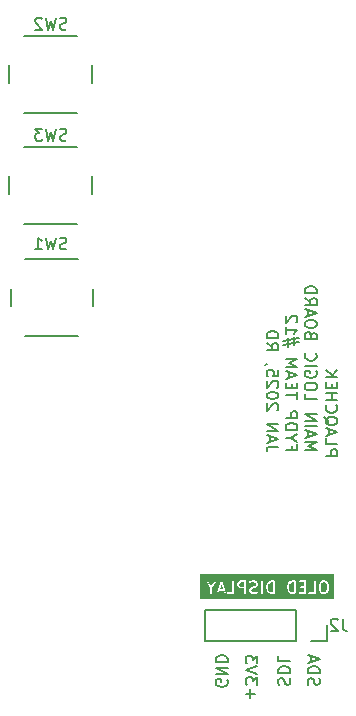
<source format=gbr>
%TF.GenerationSoftware,KiCad,Pcbnew,7.0.2-0*%
%TF.CreationDate,2025-01-08T13:47:25-05:00*%
%TF.ProjectId,plaqchek_mlb,706c6171-6368-4656-9b5f-6d6c622e6b69,rev?*%
%TF.SameCoordinates,Original*%
%TF.FileFunction,Legend,Bot*%
%TF.FilePolarity,Positive*%
%FSLAX46Y46*%
G04 Gerber Fmt 4.6, Leading zero omitted, Abs format (unit mm)*
G04 Created by KiCad (PCBNEW 7.0.2-0) date 2025-01-08 13:47:25*
%MOMM*%
%LPD*%
G01*
G04 APERTURE LIST*
%ADD10C,0.153000*%
G04 APERTURE END LIST*
D10*
X178622380Y-104261904D02*
X179622380Y-104261904D01*
X179622380Y-104261904D02*
X179622380Y-103880952D01*
X179622380Y-103880952D02*
X179574761Y-103785714D01*
X179574761Y-103785714D02*
X179527142Y-103738095D01*
X179527142Y-103738095D02*
X179431904Y-103690476D01*
X179431904Y-103690476D02*
X179289047Y-103690476D01*
X179289047Y-103690476D02*
X179193809Y-103738095D01*
X179193809Y-103738095D02*
X179146190Y-103785714D01*
X179146190Y-103785714D02*
X179098571Y-103880952D01*
X179098571Y-103880952D02*
X179098571Y-104261904D01*
X178622380Y-102785714D02*
X178622380Y-103261904D01*
X178622380Y-103261904D02*
X179622380Y-103261904D01*
X178908095Y-102499999D02*
X178908095Y-102023809D01*
X178622380Y-102595237D02*
X179622380Y-102261904D01*
X179622380Y-102261904D02*
X178622380Y-101928571D01*
X178527142Y-100928571D02*
X178574761Y-101023809D01*
X178574761Y-101023809D02*
X178670000Y-101119047D01*
X178670000Y-101119047D02*
X178812857Y-101261904D01*
X178812857Y-101261904D02*
X178860476Y-101357142D01*
X178860476Y-101357142D02*
X178860476Y-101452380D01*
X178622380Y-101404761D02*
X178670000Y-101499999D01*
X178670000Y-101499999D02*
X178765238Y-101595237D01*
X178765238Y-101595237D02*
X178955714Y-101642856D01*
X178955714Y-101642856D02*
X179289047Y-101642856D01*
X179289047Y-101642856D02*
X179479523Y-101595237D01*
X179479523Y-101595237D02*
X179574761Y-101499999D01*
X179574761Y-101499999D02*
X179622380Y-101404761D01*
X179622380Y-101404761D02*
X179622380Y-101214285D01*
X179622380Y-101214285D02*
X179574761Y-101119047D01*
X179574761Y-101119047D02*
X179479523Y-101023809D01*
X179479523Y-101023809D02*
X179289047Y-100976190D01*
X179289047Y-100976190D02*
X178955714Y-100976190D01*
X178955714Y-100976190D02*
X178765238Y-101023809D01*
X178765238Y-101023809D02*
X178670000Y-101119047D01*
X178670000Y-101119047D02*
X178622380Y-101214285D01*
X178622380Y-101214285D02*
X178622380Y-101404761D01*
X178717619Y-99976190D02*
X178670000Y-100023809D01*
X178670000Y-100023809D02*
X178622380Y-100166666D01*
X178622380Y-100166666D02*
X178622380Y-100261904D01*
X178622380Y-100261904D02*
X178670000Y-100404761D01*
X178670000Y-100404761D02*
X178765238Y-100499999D01*
X178765238Y-100499999D02*
X178860476Y-100547618D01*
X178860476Y-100547618D02*
X179050952Y-100595237D01*
X179050952Y-100595237D02*
X179193809Y-100595237D01*
X179193809Y-100595237D02*
X179384285Y-100547618D01*
X179384285Y-100547618D02*
X179479523Y-100499999D01*
X179479523Y-100499999D02*
X179574761Y-100404761D01*
X179574761Y-100404761D02*
X179622380Y-100261904D01*
X179622380Y-100261904D02*
X179622380Y-100166666D01*
X179622380Y-100166666D02*
X179574761Y-100023809D01*
X179574761Y-100023809D02*
X179527142Y-99976190D01*
X178622380Y-99547618D02*
X179622380Y-99547618D01*
X179146190Y-99547618D02*
X179146190Y-98976190D01*
X178622380Y-98976190D02*
X179622380Y-98976190D01*
X179146190Y-98499999D02*
X179146190Y-98166666D01*
X178622380Y-98023809D02*
X178622380Y-98499999D01*
X178622380Y-98499999D02*
X179622380Y-98499999D01*
X179622380Y-98499999D02*
X179622380Y-98023809D01*
X178622380Y-97595237D02*
X179622380Y-97595237D01*
X178622380Y-97023809D02*
X179193809Y-97452380D01*
X179622380Y-97023809D02*
X179050952Y-97595237D01*
X174670000Y-123651893D02*
X174622380Y-123509036D01*
X174622380Y-123509036D02*
X174622380Y-123270941D01*
X174622380Y-123270941D02*
X174670000Y-123175703D01*
X174670000Y-123175703D02*
X174717619Y-123128084D01*
X174717619Y-123128084D02*
X174812857Y-123080465D01*
X174812857Y-123080465D02*
X174908095Y-123080465D01*
X174908095Y-123080465D02*
X175003333Y-123128084D01*
X175003333Y-123128084D02*
X175050952Y-123175703D01*
X175050952Y-123175703D02*
X175098571Y-123270941D01*
X175098571Y-123270941D02*
X175146190Y-123461417D01*
X175146190Y-123461417D02*
X175193809Y-123556655D01*
X175193809Y-123556655D02*
X175241428Y-123604274D01*
X175241428Y-123604274D02*
X175336666Y-123651893D01*
X175336666Y-123651893D02*
X175431904Y-123651893D01*
X175431904Y-123651893D02*
X175527142Y-123604274D01*
X175527142Y-123604274D02*
X175574761Y-123556655D01*
X175574761Y-123556655D02*
X175622380Y-123461417D01*
X175622380Y-123461417D02*
X175622380Y-123223322D01*
X175622380Y-123223322D02*
X175574761Y-123080465D01*
X174622380Y-122651893D02*
X175622380Y-122651893D01*
X175622380Y-122651893D02*
X175622380Y-122413798D01*
X175622380Y-122413798D02*
X175574761Y-122270941D01*
X175574761Y-122270941D02*
X175479523Y-122175703D01*
X175479523Y-122175703D02*
X175384285Y-122128084D01*
X175384285Y-122128084D02*
X175193809Y-122080465D01*
X175193809Y-122080465D02*
X175050952Y-122080465D01*
X175050952Y-122080465D02*
X174860476Y-122128084D01*
X174860476Y-122128084D02*
X174765238Y-122175703D01*
X174765238Y-122175703D02*
X174670000Y-122270941D01*
X174670000Y-122270941D02*
X174622380Y-122413798D01*
X174622380Y-122413798D02*
X174622380Y-122651893D01*
X174622380Y-121175703D02*
X174622380Y-121651893D01*
X174622380Y-121651893D02*
X175622380Y-121651893D01*
X172226646Y-124761904D02*
X172226646Y-124000000D01*
X171845693Y-124380952D02*
X172607598Y-124380952D01*
X172845693Y-123619047D02*
X172845693Y-123000000D01*
X172845693Y-123000000D02*
X172464741Y-123333333D01*
X172464741Y-123333333D02*
X172464741Y-123190476D01*
X172464741Y-123190476D02*
X172417122Y-123095238D01*
X172417122Y-123095238D02*
X172369503Y-123047619D01*
X172369503Y-123047619D02*
X172274265Y-123000000D01*
X172274265Y-123000000D02*
X172036170Y-123000000D01*
X172036170Y-123000000D02*
X171940932Y-123047619D01*
X171940932Y-123047619D02*
X171893313Y-123095238D01*
X171893313Y-123095238D02*
X171845693Y-123190476D01*
X171845693Y-123190476D02*
X171845693Y-123476190D01*
X171845693Y-123476190D02*
X171893313Y-123571428D01*
X171893313Y-123571428D02*
X171940932Y-123619047D01*
X172845693Y-122714285D02*
X171845693Y-122380952D01*
X171845693Y-122380952D02*
X172845693Y-122047619D01*
X172845693Y-121809523D02*
X172845693Y-121190476D01*
X172845693Y-121190476D02*
X172464741Y-121523809D01*
X172464741Y-121523809D02*
X172464741Y-121380952D01*
X172464741Y-121380952D02*
X172417122Y-121285714D01*
X172417122Y-121285714D02*
X172369503Y-121238095D01*
X172369503Y-121238095D02*
X172274265Y-121190476D01*
X172274265Y-121190476D02*
X172036170Y-121190476D01*
X172036170Y-121190476D02*
X171940932Y-121238095D01*
X171940932Y-121238095D02*
X171893313Y-121285714D01*
X171893313Y-121285714D02*
X171845693Y-121380952D01*
X171845693Y-121380952D02*
X171845693Y-121666666D01*
X171845693Y-121666666D02*
X171893313Y-121761904D01*
X171893313Y-121761904D02*
X171940932Y-121809523D01*
X177170000Y-123651893D02*
X177122380Y-123509036D01*
X177122380Y-123509036D02*
X177122380Y-123270941D01*
X177122380Y-123270941D02*
X177170000Y-123175703D01*
X177170000Y-123175703D02*
X177217619Y-123128084D01*
X177217619Y-123128084D02*
X177312857Y-123080465D01*
X177312857Y-123080465D02*
X177408095Y-123080465D01*
X177408095Y-123080465D02*
X177503333Y-123128084D01*
X177503333Y-123128084D02*
X177550952Y-123175703D01*
X177550952Y-123175703D02*
X177598571Y-123270941D01*
X177598571Y-123270941D02*
X177646190Y-123461417D01*
X177646190Y-123461417D02*
X177693809Y-123556655D01*
X177693809Y-123556655D02*
X177741428Y-123604274D01*
X177741428Y-123604274D02*
X177836666Y-123651893D01*
X177836666Y-123651893D02*
X177931904Y-123651893D01*
X177931904Y-123651893D02*
X178027142Y-123604274D01*
X178027142Y-123604274D02*
X178074761Y-123556655D01*
X178074761Y-123556655D02*
X178122380Y-123461417D01*
X178122380Y-123461417D02*
X178122380Y-123223322D01*
X178122380Y-123223322D02*
X178074761Y-123080465D01*
X177122380Y-122651893D02*
X178122380Y-122651893D01*
X178122380Y-122651893D02*
X178122380Y-122413798D01*
X178122380Y-122413798D02*
X178074761Y-122270941D01*
X178074761Y-122270941D02*
X177979523Y-122175703D01*
X177979523Y-122175703D02*
X177884285Y-122128084D01*
X177884285Y-122128084D02*
X177693809Y-122080465D01*
X177693809Y-122080465D02*
X177550952Y-122080465D01*
X177550952Y-122080465D02*
X177360476Y-122128084D01*
X177360476Y-122128084D02*
X177265238Y-122175703D01*
X177265238Y-122175703D02*
X177170000Y-122270941D01*
X177170000Y-122270941D02*
X177122380Y-122413798D01*
X177122380Y-122413798D02*
X177122380Y-122651893D01*
X177408095Y-121699512D02*
X177408095Y-121223322D01*
X177122380Y-121794750D02*
X178122380Y-121461417D01*
X178122380Y-121461417D02*
X177122380Y-121128084D01*
X170279186Y-123238095D02*
X170326805Y-123333333D01*
X170326805Y-123333333D02*
X170326805Y-123476190D01*
X170326805Y-123476190D02*
X170279186Y-123619047D01*
X170279186Y-123619047D02*
X170183948Y-123714285D01*
X170183948Y-123714285D02*
X170088710Y-123761904D01*
X170088710Y-123761904D02*
X169898234Y-123809523D01*
X169898234Y-123809523D02*
X169755377Y-123809523D01*
X169755377Y-123809523D02*
X169564901Y-123761904D01*
X169564901Y-123761904D02*
X169469663Y-123714285D01*
X169469663Y-123714285D02*
X169374425Y-123619047D01*
X169374425Y-123619047D02*
X169326805Y-123476190D01*
X169326805Y-123476190D02*
X169326805Y-123380952D01*
X169326805Y-123380952D02*
X169374425Y-123238095D01*
X169374425Y-123238095D02*
X169422044Y-123190476D01*
X169422044Y-123190476D02*
X169755377Y-123190476D01*
X169755377Y-123190476D02*
X169755377Y-123380952D01*
X169326805Y-122761904D02*
X170326805Y-122761904D01*
X170326805Y-122761904D02*
X169326805Y-122190476D01*
X169326805Y-122190476D02*
X170326805Y-122190476D01*
X169326805Y-121714285D02*
X170326805Y-121714285D01*
X170326805Y-121714285D02*
X170326805Y-121476190D01*
X170326805Y-121476190D02*
X170279186Y-121333333D01*
X170279186Y-121333333D02*
X170183948Y-121238095D01*
X170183948Y-121238095D02*
X170088710Y-121190476D01*
X170088710Y-121190476D02*
X169898234Y-121142857D01*
X169898234Y-121142857D02*
X169755377Y-121142857D01*
X169755377Y-121142857D02*
X169564901Y-121190476D01*
X169564901Y-121190476D02*
X169469663Y-121238095D01*
X169469663Y-121238095D02*
X169374425Y-121333333D01*
X169374425Y-121333333D02*
X169326805Y-121476190D01*
X169326805Y-121476190D02*
X169326805Y-121714285D01*
G36*
X169941480Y-115515404D02*
G01*
X169677567Y-115515404D01*
X169809523Y-115119534D01*
X169941480Y-115515404D01*
G37*
G36*
X175923499Y-115801119D02*
G01*
X175774318Y-115801119D01*
X175660370Y-115763136D01*
X175586680Y-115689444D01*
X175548369Y-115612823D01*
X175505071Y-115439629D01*
X175505071Y-115315608D01*
X175548369Y-115142413D01*
X175586681Y-115065791D01*
X175660370Y-114992101D01*
X175774318Y-114954119D01*
X175923499Y-114954119D01*
X175923499Y-115801119D01*
G37*
G36*
X178621351Y-114988110D02*
G01*
X178692827Y-115059586D01*
X178733023Y-115220369D01*
X178733023Y-115534867D01*
X178692827Y-115695650D01*
X178621350Y-115767128D01*
X178553369Y-115801119D01*
X178399011Y-115801119D01*
X178331029Y-115767128D01*
X178259552Y-115695650D01*
X178219357Y-115534867D01*
X178219357Y-115220370D01*
X178259553Y-115059585D01*
X178331030Y-114988109D01*
X178399010Y-114954119D01*
X178553369Y-114954119D01*
X178621351Y-114988110D01*
G37*
G36*
X171733023Y-115324928D02*
G01*
X171446630Y-115324928D01*
X171378648Y-115290937D01*
X171348586Y-115260874D01*
X171314595Y-115192893D01*
X171314595Y-115086154D01*
X171348585Y-115018172D01*
X171378650Y-114988108D01*
X171446629Y-114954119D01*
X171733023Y-114954119D01*
X171733023Y-115324928D01*
G37*
G36*
X174161594Y-115801119D02*
G01*
X174012413Y-115801119D01*
X173898465Y-115763136D01*
X173824775Y-115689444D01*
X173786464Y-115612823D01*
X173743166Y-115439629D01*
X173743166Y-115315608D01*
X173786464Y-115142413D01*
X173824776Y-115065791D01*
X173898465Y-114992101D01*
X174012413Y-114954119D01*
X174161594Y-114954119D01*
X174161594Y-115801119D01*
G37*
G36*
X179372357Y-116372357D02*
G01*
X167968952Y-116372357D01*
X167968952Y-114899739D01*
X168542447Y-114899739D01*
X168875880Y-115423703D01*
X168875880Y-115888619D01*
X168885307Y-115920724D01*
X168919259Y-115950144D01*
X168963727Y-115956537D01*
X169004592Y-115937875D01*
X169028880Y-115900082D01*
X169028880Y-115897302D01*
X169398928Y-115897302D01*
X169421834Y-115935948D01*
X169461999Y-115956075D01*
X169506668Y-115951294D01*
X169541661Y-115923121D01*
X169626567Y-115668404D01*
X169992480Y-115668404D01*
X170073760Y-115912245D01*
X170092856Y-115939722D01*
X170134369Y-115956896D01*
X170178577Y-115948899D01*
X170211443Y-115918272D01*
X170218909Y-115888966D01*
X170254415Y-115888966D01*
X170273077Y-115929831D01*
X170310870Y-115954119D01*
X170804051Y-115954119D01*
X170820870Y-115956537D01*
X170836325Y-115949478D01*
X170852628Y-115944692D01*
X170856439Y-115940293D01*
X170861735Y-115937875D01*
X170870921Y-115923580D01*
X170882048Y-115910740D01*
X170882876Y-115904978D01*
X170886023Y-115900082D01*
X170886023Y-115883090D01*
X170888441Y-115866272D01*
X170886023Y-115860977D01*
X170886023Y-115076653D01*
X171158826Y-115076653D01*
X171161595Y-115083329D01*
X171161595Y-115206833D01*
X171159626Y-115225072D01*
X171166616Y-115239052D01*
X171171022Y-115254057D01*
X171176485Y-115258791D01*
X171213000Y-115331820D01*
X171215737Y-115344400D01*
X171230643Y-115359306D01*
X171244999Y-115374740D01*
X171246446Y-115375110D01*
X171272457Y-115401120D01*
X171279030Y-115412187D01*
X171297875Y-115421609D01*
X171316385Y-115431716D01*
X171317874Y-115431609D01*
X171390672Y-115468008D01*
X171406108Y-115477928D01*
X171421742Y-115477928D01*
X171437129Y-115480697D01*
X171443805Y-115477928D01*
X171733023Y-115477928D01*
X171733023Y-115888619D01*
X171742450Y-115920724D01*
X171776402Y-115950144D01*
X171820870Y-115956537D01*
X171861735Y-115937875D01*
X171886023Y-115900082D01*
X171886023Y-115406899D01*
X171888441Y-115390081D01*
X171886023Y-115384786D01*
X171886023Y-114916751D01*
X172158818Y-114916751D01*
X172166815Y-114960959D01*
X172197442Y-114993825D01*
X172240976Y-115004916D01*
X172393366Y-114954119D01*
X172600988Y-114954119D01*
X172668969Y-114988109D01*
X172699033Y-115018174D01*
X172733023Y-115086152D01*
X172733023Y-115145274D01*
X172699032Y-115213256D01*
X172668970Y-115243317D01*
X172592347Y-115281629D01*
X172423235Y-115323907D01*
X172414450Y-115322959D01*
X172401870Y-115329248D01*
X172399345Y-115329880D01*
X172392060Y-115334153D01*
X172307700Y-115376333D01*
X172295123Y-115379070D01*
X172280227Y-115393965D01*
X172264783Y-115408332D01*
X172264412Y-115409780D01*
X172238403Y-115435789D01*
X172227336Y-115442363D01*
X172217913Y-115461207D01*
X172207806Y-115479718D01*
X172207912Y-115481209D01*
X172171514Y-115554005D01*
X172161595Y-115569441D01*
X172161595Y-115585074D01*
X172158826Y-115600462D01*
X172161595Y-115607138D01*
X172161595Y-115683023D01*
X172159626Y-115701262D01*
X172166616Y-115715242D01*
X172171022Y-115730247D01*
X172176485Y-115734981D01*
X172212999Y-115808009D01*
X172215736Y-115820589D01*
X172230643Y-115835496D01*
X172244999Y-115850930D01*
X172246446Y-115851300D01*
X172272455Y-115877309D01*
X172279030Y-115888378D01*
X172297884Y-115897805D01*
X172316384Y-115907907D01*
X172317874Y-115907800D01*
X172390672Y-115944199D01*
X172406108Y-115954119D01*
X172421742Y-115954119D01*
X172437129Y-115956888D01*
X172443805Y-115954119D01*
X172657073Y-115954119D01*
X172669547Y-115957297D01*
X172689544Y-115950630D01*
X172709771Y-115944692D01*
X172710749Y-115943562D01*
X172844149Y-115899096D01*
X172859224Y-115888619D01*
X173161594Y-115888619D01*
X173171021Y-115920724D01*
X173204973Y-115950144D01*
X173249441Y-115956537D01*
X173290306Y-115937875D01*
X173314594Y-115900082D01*
X173314594Y-115445809D01*
X173587002Y-115445809D01*
X173590166Y-115458464D01*
X173590166Y-115460047D01*
X173592827Y-115469112D01*
X173636764Y-115644857D01*
X173635816Y-115653643D01*
X173642105Y-115666221D01*
X173642737Y-115668748D01*
X173647010Y-115676032D01*
X173689189Y-115760389D01*
X173691926Y-115772971D01*
X173706845Y-115787891D01*
X173721189Y-115803311D01*
X173722635Y-115803680D01*
X173800134Y-115881180D01*
X173811640Y-115895471D01*
X173826470Y-115900414D01*
X173840194Y-115907908D01*
X173847403Y-115907392D01*
X173966708Y-115947160D01*
X173977536Y-115954119D01*
X173998606Y-115954119D01*
X174019681Y-115954881D01*
X174020967Y-115954119D01*
X174232622Y-115954119D01*
X174249441Y-115956537D01*
X174264896Y-115949478D01*
X174281199Y-115944692D01*
X174285010Y-115940293D01*
X174290306Y-115937875D01*
X174299492Y-115923580D01*
X174310619Y-115910740D01*
X174311447Y-115904978D01*
X174314594Y-115900082D01*
X174314594Y-115883090D01*
X174317012Y-115866272D01*
X174314594Y-115860977D01*
X174314594Y-115445809D01*
X175348907Y-115445809D01*
X175352071Y-115458464D01*
X175352071Y-115460047D01*
X175354732Y-115469112D01*
X175398669Y-115644857D01*
X175397721Y-115653643D01*
X175404010Y-115666221D01*
X175404642Y-115668748D01*
X175408915Y-115676032D01*
X175451094Y-115760389D01*
X175453831Y-115772971D01*
X175468750Y-115787891D01*
X175483094Y-115803311D01*
X175484540Y-115803680D01*
X175562039Y-115881180D01*
X175573545Y-115895471D01*
X175588375Y-115900414D01*
X175602099Y-115907908D01*
X175609308Y-115907392D01*
X175728613Y-115947160D01*
X175739441Y-115954119D01*
X175760511Y-115954119D01*
X175781586Y-115954881D01*
X175782872Y-115954119D01*
X175994527Y-115954119D01*
X176011346Y-115956537D01*
X176026801Y-115949478D01*
X176043104Y-115944692D01*
X176046915Y-115940293D01*
X176052211Y-115937875D01*
X176061397Y-115923580D01*
X176072524Y-115910740D01*
X176073352Y-115904978D01*
X176076499Y-115900082D01*
X176076499Y-115888966D01*
X176349653Y-115888966D01*
X176368315Y-115929831D01*
X176406108Y-115954119D01*
X176899289Y-115954119D01*
X176916108Y-115956537D01*
X176931563Y-115949478D01*
X176947866Y-115944692D01*
X176951677Y-115940293D01*
X176956973Y-115937875D01*
X176966159Y-115923580D01*
X176977286Y-115910740D01*
X176978114Y-115904978D01*
X176981261Y-115900082D01*
X176981261Y-115888966D01*
X177159177Y-115888966D01*
X177177839Y-115929831D01*
X177215632Y-115954119D01*
X177708813Y-115954119D01*
X177725632Y-115956537D01*
X177741087Y-115949478D01*
X177757390Y-115944692D01*
X177761201Y-115940293D01*
X177766497Y-115937875D01*
X177775683Y-115923580D01*
X177786810Y-115910740D01*
X177787638Y-115904978D01*
X177790785Y-115900082D01*
X177790785Y-115883090D01*
X177793203Y-115866272D01*
X177790785Y-115860977D01*
X177790785Y-115541047D01*
X178063193Y-115541047D01*
X178066357Y-115553702D01*
X178066357Y-115555285D01*
X178069018Y-115564350D01*
X178115968Y-115752146D01*
X178120498Y-115772971D01*
X178129453Y-115781926D01*
X178135860Y-115792846D01*
X178145008Y-115797482D01*
X178224838Y-115877312D01*
X178231411Y-115888378D01*
X178250248Y-115897796D01*
X178268766Y-115907908D01*
X178270257Y-115907801D01*
X178343053Y-115944199D01*
X178358489Y-115954119D01*
X178374123Y-115954119D01*
X178389510Y-115956888D01*
X178396186Y-115954119D01*
X178567310Y-115954119D01*
X178585548Y-115956088D01*
X178599528Y-115949097D01*
X178614533Y-115944692D01*
X178619267Y-115939228D01*
X178692296Y-115902713D01*
X178704876Y-115899977D01*
X178719778Y-115885074D01*
X178735216Y-115870715D01*
X178735586Y-115869266D01*
X178815154Y-115789697D01*
X178830672Y-115775107D01*
X178833743Y-115762822D01*
X178839812Y-115751708D01*
X178839080Y-115741474D01*
X178880685Y-115575052D01*
X178886023Y-115566748D01*
X178886023Y-115553703D01*
X178886407Y-115552168D01*
X178886023Y-115542721D01*
X178886023Y-115223542D01*
X178889187Y-115214190D01*
X178886023Y-115201533D01*
X178886023Y-115199952D01*
X178883361Y-115190887D01*
X178836406Y-115003067D01*
X178831881Y-114982266D01*
X178822929Y-114973314D01*
X178816520Y-114962390D01*
X178807366Y-114957751D01*
X178727542Y-114877927D01*
X178720969Y-114866860D01*
X178702124Y-114857437D01*
X178683614Y-114847330D01*
X178682122Y-114847436D01*
X178609326Y-114811038D01*
X178593891Y-114801119D01*
X178578257Y-114801119D01*
X178562870Y-114798350D01*
X178556194Y-114801119D01*
X178385069Y-114801119D01*
X178366831Y-114799150D01*
X178352849Y-114806140D01*
X178337847Y-114810546D01*
X178333113Y-114816008D01*
X178260081Y-114852524D01*
X178247504Y-114855261D01*
X178232608Y-114870156D01*
X178217164Y-114884523D01*
X178216793Y-114885971D01*
X178137227Y-114965537D01*
X178121708Y-114980130D01*
X178118637Y-114992413D01*
X178112568Y-115003528D01*
X178113299Y-115013762D01*
X178071694Y-115180183D01*
X178066357Y-115188489D01*
X178066357Y-115201534D01*
X178065973Y-115203070D01*
X178066357Y-115212516D01*
X178066357Y-115531694D01*
X178063193Y-115541047D01*
X177790785Y-115541047D01*
X177790785Y-114866619D01*
X177781358Y-114834514D01*
X177747406Y-114805094D01*
X177702938Y-114798701D01*
X177662073Y-114817363D01*
X177637785Y-114855156D01*
X177637785Y-115801119D01*
X177227095Y-115801119D01*
X177194990Y-115810546D01*
X177165570Y-115844498D01*
X177159177Y-115888966D01*
X176981261Y-115888966D01*
X176981261Y-115883090D01*
X176983679Y-115866272D01*
X176981261Y-115860977D01*
X176981261Y-115359280D01*
X176983679Y-115342462D01*
X176981261Y-115337167D01*
X176981261Y-114883090D01*
X176983679Y-114866272D01*
X176976620Y-114850816D01*
X176971834Y-114834514D01*
X176967435Y-114830702D01*
X176965017Y-114825407D01*
X176950722Y-114816220D01*
X176937882Y-114805094D01*
X176932120Y-114804265D01*
X176927224Y-114801119D01*
X176910233Y-114801119D01*
X176893414Y-114798701D01*
X176888119Y-114801119D01*
X176417571Y-114801119D01*
X176385466Y-114810546D01*
X176356046Y-114844498D01*
X176349653Y-114888966D01*
X176368315Y-114929831D01*
X176406108Y-114954119D01*
X176828261Y-114954119D01*
X176828261Y-115277309D01*
X176560428Y-115277309D01*
X176528323Y-115286736D01*
X176498903Y-115320688D01*
X176492510Y-115365156D01*
X176511172Y-115406021D01*
X176548965Y-115430309D01*
X176828261Y-115430309D01*
X176828261Y-115801119D01*
X176417571Y-115801119D01*
X176385466Y-115810546D01*
X176356046Y-115844498D01*
X176349653Y-115888966D01*
X176076499Y-115888966D01*
X176076499Y-115883090D01*
X176078917Y-115866272D01*
X176076499Y-115860977D01*
X176076499Y-114883090D01*
X176078917Y-114866272D01*
X176071858Y-114850816D01*
X176067072Y-114834514D01*
X176062673Y-114830702D01*
X176060255Y-114825407D01*
X176045960Y-114816220D01*
X176033120Y-114805094D01*
X176027358Y-114804265D01*
X176022462Y-114801119D01*
X176005471Y-114801119D01*
X175988652Y-114798701D01*
X175983357Y-114801119D01*
X175771496Y-114801119D01*
X175759022Y-114797941D01*
X175739016Y-114804609D01*
X175718799Y-114810546D01*
X175717820Y-114811674D01*
X175598761Y-114851361D01*
X175580837Y-114855261D01*
X175569783Y-114866314D01*
X175556944Y-114875238D01*
X175554180Y-114881917D01*
X175476498Y-114959599D01*
X175465431Y-114966173D01*
X175456008Y-114985017D01*
X175445901Y-115003528D01*
X175446007Y-115005019D01*
X175413860Y-115069314D01*
X175407422Y-115075368D01*
X175404010Y-115089014D01*
X175402847Y-115091341D01*
X175401352Y-115099646D01*
X175357408Y-115275421D01*
X175352071Y-115283727D01*
X175352071Y-115296771D01*
X175351687Y-115298308D01*
X175352071Y-115307754D01*
X175352071Y-115436456D01*
X175348907Y-115445809D01*
X174314594Y-115445809D01*
X174314594Y-114883090D01*
X174317012Y-114866272D01*
X174309953Y-114850816D01*
X174305167Y-114834514D01*
X174300768Y-114830702D01*
X174298350Y-114825407D01*
X174284055Y-114816220D01*
X174271215Y-114805094D01*
X174265453Y-114804265D01*
X174260557Y-114801119D01*
X174243566Y-114801119D01*
X174226747Y-114798701D01*
X174221452Y-114801119D01*
X174009591Y-114801119D01*
X173997117Y-114797941D01*
X173977111Y-114804609D01*
X173956894Y-114810546D01*
X173955915Y-114811674D01*
X173836856Y-114851361D01*
X173818932Y-114855261D01*
X173807878Y-114866314D01*
X173795039Y-114875238D01*
X173792275Y-114881917D01*
X173714593Y-114959599D01*
X173703526Y-114966173D01*
X173694103Y-114985017D01*
X173683996Y-115003528D01*
X173684102Y-115005019D01*
X173651955Y-115069314D01*
X173645517Y-115075368D01*
X173642105Y-115089013D01*
X173640942Y-115091341D01*
X173639447Y-115099646D01*
X173595503Y-115275421D01*
X173590166Y-115283727D01*
X173590166Y-115296771D01*
X173589782Y-115298308D01*
X173590166Y-115307754D01*
X173590166Y-115436456D01*
X173587002Y-115445809D01*
X173314594Y-115445809D01*
X173314594Y-114866619D01*
X173305167Y-114834514D01*
X173271215Y-114805094D01*
X173226747Y-114798701D01*
X173185882Y-114817363D01*
X173161594Y-114855156D01*
X173161594Y-115888619D01*
X172859224Y-115888619D01*
X172871626Y-115880000D01*
X172888800Y-115838487D01*
X172880802Y-115794279D01*
X172850176Y-115761413D01*
X172806641Y-115750322D01*
X172654251Y-115801119D01*
X172446630Y-115801119D01*
X172378648Y-115767128D01*
X172348586Y-115737065D01*
X172314595Y-115669083D01*
X172314595Y-115609963D01*
X172348585Y-115541981D01*
X172378650Y-115511917D01*
X172455269Y-115473607D01*
X172624381Y-115431329D01*
X172633167Y-115432278D01*
X172645745Y-115425988D01*
X172648272Y-115425357D01*
X172655556Y-115421083D01*
X172739915Y-115378903D01*
X172752495Y-115376167D01*
X172767401Y-115361260D01*
X172782835Y-115346905D01*
X172783205Y-115345457D01*
X172809215Y-115319446D01*
X172820282Y-115312874D01*
X172829704Y-115294028D01*
X172839811Y-115275519D01*
X172839704Y-115274029D01*
X172876103Y-115201231D01*
X172886023Y-115185796D01*
X172886023Y-115170162D01*
X172888792Y-115154775D01*
X172886023Y-115148098D01*
X172886023Y-115072212D01*
X172887992Y-115053974D01*
X172881001Y-115039992D01*
X172876596Y-115024990D01*
X172871133Y-115020256D01*
X172834617Y-114947224D01*
X172831881Y-114934647D01*
X172816985Y-114919751D01*
X172802619Y-114904307D01*
X172801170Y-114903936D01*
X172775161Y-114877927D01*
X172768588Y-114866860D01*
X172749743Y-114857437D01*
X172731233Y-114847330D01*
X172729741Y-114847436D01*
X172656945Y-114811038D01*
X172641510Y-114801119D01*
X172625876Y-114801119D01*
X172610489Y-114798350D01*
X172603813Y-114801119D01*
X172390544Y-114801119D01*
X172378070Y-114797941D01*
X172358064Y-114804609D01*
X172337847Y-114810546D01*
X172336868Y-114811674D01*
X172203468Y-114856142D01*
X172175992Y-114875238D01*
X172158818Y-114916751D01*
X171886023Y-114916751D01*
X171886023Y-114883090D01*
X171888441Y-114866272D01*
X171881382Y-114850816D01*
X171876596Y-114834514D01*
X171872197Y-114830702D01*
X171869779Y-114825407D01*
X171855484Y-114816220D01*
X171842644Y-114805094D01*
X171836882Y-114804265D01*
X171831986Y-114801119D01*
X171814995Y-114801119D01*
X171798176Y-114798701D01*
X171792881Y-114801119D01*
X171432688Y-114801119D01*
X171414450Y-114799150D01*
X171400468Y-114806140D01*
X171385466Y-114810546D01*
X171380732Y-114816008D01*
X171307700Y-114852524D01*
X171295123Y-114855261D01*
X171280227Y-114870156D01*
X171264783Y-114884523D01*
X171264412Y-114885971D01*
X171238403Y-114911980D01*
X171227336Y-114918554D01*
X171217913Y-114937398D01*
X171207806Y-114955909D01*
X171207912Y-114957400D01*
X171171514Y-115030196D01*
X171161595Y-115045632D01*
X171161595Y-115061265D01*
X171158826Y-115076653D01*
X170886023Y-115076653D01*
X170886023Y-114866619D01*
X170876596Y-114834514D01*
X170842644Y-114805094D01*
X170798176Y-114798701D01*
X170757311Y-114817363D01*
X170733023Y-114855156D01*
X170733023Y-115801119D01*
X170322333Y-115801119D01*
X170290228Y-115810546D01*
X170260808Y-115844498D01*
X170254415Y-115888966D01*
X170218909Y-115888966D01*
X170222534Y-115874737D01*
X170125914Y-115584878D01*
X170126536Y-115580557D01*
X170118901Y-115563839D01*
X169886473Y-114866555D01*
X169886785Y-114857937D01*
X169879508Y-114845659D01*
X169878619Y-114842992D01*
X169873918Y-114836229D01*
X169863879Y-114819290D01*
X169861219Y-114817957D01*
X169859523Y-114815516D01*
X169841318Y-114807984D01*
X169823714Y-114799163D01*
X169820759Y-114799479D01*
X169818010Y-114798342D01*
X169798621Y-114801849D01*
X169779045Y-114803945D01*
X169776729Y-114805809D01*
X169773802Y-114806339D01*
X169759388Y-114819770D01*
X169744052Y-114832118D01*
X169743111Y-114834938D01*
X169740936Y-114836966D01*
X169736072Y-114856057D01*
X169503660Y-115553292D01*
X169498903Y-115558783D01*
X169496682Y-115574225D01*
X169400137Y-115863863D01*
X169398928Y-115897302D01*
X169028880Y-115897302D01*
X169028880Y-115423704D01*
X169356159Y-114909410D01*
X169365442Y-114877263D01*
X169352593Y-114834214D01*
X169318509Y-114804947D01*
X169274014Y-114798752D01*
X169233233Y-114817597D01*
X168952379Y-115258936D01*
X168677681Y-114827268D01*
X168652492Y-114805243D01*
X168608053Y-114798651D01*
X168567105Y-114817131D01*
X168542648Y-114854815D01*
X168542447Y-114899739D01*
X167968952Y-114899739D01*
X167968952Y-114245143D01*
X179372357Y-114245143D01*
X179372357Y-116372357D01*
G37*
X176862380Y-103761904D02*
X177862380Y-103761904D01*
X177862380Y-103761904D02*
X177148095Y-103428571D01*
X177148095Y-103428571D02*
X177862380Y-103095238D01*
X177862380Y-103095238D02*
X176862380Y-103095238D01*
X177148095Y-102666666D02*
X177148095Y-102190476D01*
X176862380Y-102761904D02*
X177862380Y-102428571D01*
X177862380Y-102428571D02*
X176862380Y-102095238D01*
X176862380Y-101761904D02*
X177862380Y-101761904D01*
X176862380Y-101285714D02*
X177862380Y-101285714D01*
X177862380Y-101285714D02*
X176862380Y-100714286D01*
X176862380Y-100714286D02*
X177862380Y-100714286D01*
X176862380Y-99000000D02*
X176862380Y-99476190D01*
X176862380Y-99476190D02*
X177862380Y-99476190D01*
X177862380Y-98476190D02*
X177862380Y-98285714D01*
X177862380Y-98285714D02*
X177814761Y-98190476D01*
X177814761Y-98190476D02*
X177719523Y-98095238D01*
X177719523Y-98095238D02*
X177529047Y-98047619D01*
X177529047Y-98047619D02*
X177195714Y-98047619D01*
X177195714Y-98047619D02*
X177005238Y-98095238D01*
X177005238Y-98095238D02*
X176910000Y-98190476D01*
X176910000Y-98190476D02*
X176862380Y-98285714D01*
X176862380Y-98285714D02*
X176862380Y-98476190D01*
X176862380Y-98476190D02*
X176910000Y-98571428D01*
X176910000Y-98571428D02*
X177005238Y-98666666D01*
X177005238Y-98666666D02*
X177195714Y-98714285D01*
X177195714Y-98714285D02*
X177529047Y-98714285D01*
X177529047Y-98714285D02*
X177719523Y-98666666D01*
X177719523Y-98666666D02*
X177814761Y-98571428D01*
X177814761Y-98571428D02*
X177862380Y-98476190D01*
X177814761Y-97095238D02*
X177862380Y-97190476D01*
X177862380Y-97190476D02*
X177862380Y-97333333D01*
X177862380Y-97333333D02*
X177814761Y-97476190D01*
X177814761Y-97476190D02*
X177719523Y-97571428D01*
X177719523Y-97571428D02*
X177624285Y-97619047D01*
X177624285Y-97619047D02*
X177433809Y-97666666D01*
X177433809Y-97666666D02*
X177290952Y-97666666D01*
X177290952Y-97666666D02*
X177100476Y-97619047D01*
X177100476Y-97619047D02*
X177005238Y-97571428D01*
X177005238Y-97571428D02*
X176910000Y-97476190D01*
X176910000Y-97476190D02*
X176862380Y-97333333D01*
X176862380Y-97333333D02*
X176862380Y-97238095D01*
X176862380Y-97238095D02*
X176910000Y-97095238D01*
X176910000Y-97095238D02*
X176957619Y-97047619D01*
X176957619Y-97047619D02*
X177290952Y-97047619D01*
X177290952Y-97047619D02*
X177290952Y-97238095D01*
X176862380Y-96619047D02*
X177862380Y-96619047D01*
X176957619Y-95571429D02*
X176910000Y-95619048D01*
X176910000Y-95619048D02*
X176862380Y-95761905D01*
X176862380Y-95761905D02*
X176862380Y-95857143D01*
X176862380Y-95857143D02*
X176910000Y-96000000D01*
X176910000Y-96000000D02*
X177005238Y-96095238D01*
X177005238Y-96095238D02*
X177100476Y-96142857D01*
X177100476Y-96142857D02*
X177290952Y-96190476D01*
X177290952Y-96190476D02*
X177433809Y-96190476D01*
X177433809Y-96190476D02*
X177624285Y-96142857D01*
X177624285Y-96142857D02*
X177719523Y-96095238D01*
X177719523Y-96095238D02*
X177814761Y-96000000D01*
X177814761Y-96000000D02*
X177862380Y-95857143D01*
X177862380Y-95857143D02*
X177862380Y-95761905D01*
X177862380Y-95761905D02*
X177814761Y-95619048D01*
X177814761Y-95619048D02*
X177767142Y-95571429D01*
X177386190Y-94047619D02*
X177338571Y-93904762D01*
X177338571Y-93904762D02*
X177290952Y-93857143D01*
X177290952Y-93857143D02*
X177195714Y-93809524D01*
X177195714Y-93809524D02*
X177052857Y-93809524D01*
X177052857Y-93809524D02*
X176957619Y-93857143D01*
X176957619Y-93857143D02*
X176910000Y-93904762D01*
X176910000Y-93904762D02*
X176862380Y-94000000D01*
X176862380Y-94000000D02*
X176862380Y-94380952D01*
X176862380Y-94380952D02*
X177862380Y-94380952D01*
X177862380Y-94380952D02*
X177862380Y-94047619D01*
X177862380Y-94047619D02*
X177814761Y-93952381D01*
X177814761Y-93952381D02*
X177767142Y-93904762D01*
X177767142Y-93904762D02*
X177671904Y-93857143D01*
X177671904Y-93857143D02*
X177576666Y-93857143D01*
X177576666Y-93857143D02*
X177481428Y-93904762D01*
X177481428Y-93904762D02*
X177433809Y-93952381D01*
X177433809Y-93952381D02*
X177386190Y-94047619D01*
X177386190Y-94047619D02*
X177386190Y-94380952D01*
X177862380Y-93190476D02*
X177862380Y-93000000D01*
X177862380Y-93000000D02*
X177814761Y-92904762D01*
X177814761Y-92904762D02*
X177719523Y-92809524D01*
X177719523Y-92809524D02*
X177529047Y-92761905D01*
X177529047Y-92761905D02*
X177195714Y-92761905D01*
X177195714Y-92761905D02*
X177005238Y-92809524D01*
X177005238Y-92809524D02*
X176910000Y-92904762D01*
X176910000Y-92904762D02*
X176862380Y-93000000D01*
X176862380Y-93000000D02*
X176862380Y-93190476D01*
X176862380Y-93190476D02*
X176910000Y-93285714D01*
X176910000Y-93285714D02*
X177005238Y-93380952D01*
X177005238Y-93380952D02*
X177195714Y-93428571D01*
X177195714Y-93428571D02*
X177529047Y-93428571D01*
X177529047Y-93428571D02*
X177719523Y-93380952D01*
X177719523Y-93380952D02*
X177814761Y-93285714D01*
X177814761Y-93285714D02*
X177862380Y-93190476D01*
X177148095Y-92380952D02*
X177148095Y-91904762D01*
X176862380Y-92476190D02*
X177862380Y-92142857D01*
X177862380Y-92142857D02*
X176862380Y-91809524D01*
X176862380Y-90904762D02*
X177338571Y-91238095D01*
X176862380Y-91476190D02*
X177862380Y-91476190D01*
X177862380Y-91476190D02*
X177862380Y-91095238D01*
X177862380Y-91095238D02*
X177814761Y-91000000D01*
X177814761Y-91000000D02*
X177767142Y-90952381D01*
X177767142Y-90952381D02*
X177671904Y-90904762D01*
X177671904Y-90904762D02*
X177529047Y-90904762D01*
X177529047Y-90904762D02*
X177433809Y-90952381D01*
X177433809Y-90952381D02*
X177386190Y-91000000D01*
X177386190Y-91000000D02*
X177338571Y-91095238D01*
X177338571Y-91095238D02*
X177338571Y-91476190D01*
X176862380Y-90476190D02*
X177862380Y-90476190D01*
X177862380Y-90476190D02*
X177862380Y-90238095D01*
X177862380Y-90238095D02*
X177814761Y-90095238D01*
X177814761Y-90095238D02*
X177719523Y-90000000D01*
X177719523Y-90000000D02*
X177624285Y-89952381D01*
X177624285Y-89952381D02*
X177433809Y-89904762D01*
X177433809Y-89904762D02*
X177290952Y-89904762D01*
X177290952Y-89904762D02*
X177100476Y-89952381D01*
X177100476Y-89952381D02*
X177005238Y-90000000D01*
X177005238Y-90000000D02*
X176910000Y-90095238D01*
X176910000Y-90095238D02*
X176862380Y-90238095D01*
X176862380Y-90238095D02*
X176862380Y-90476190D01*
X175766190Y-103428571D02*
X175766190Y-103761904D01*
X175242380Y-103761904D02*
X176242380Y-103761904D01*
X176242380Y-103761904D02*
X176242380Y-103285714D01*
X175718571Y-102714285D02*
X175242380Y-102714285D01*
X176242380Y-103047618D02*
X175718571Y-102714285D01*
X175718571Y-102714285D02*
X176242380Y-102380952D01*
X175242380Y-102047618D02*
X176242380Y-102047618D01*
X176242380Y-102047618D02*
X176242380Y-101809523D01*
X176242380Y-101809523D02*
X176194761Y-101666666D01*
X176194761Y-101666666D02*
X176099523Y-101571428D01*
X176099523Y-101571428D02*
X176004285Y-101523809D01*
X176004285Y-101523809D02*
X175813809Y-101476190D01*
X175813809Y-101476190D02*
X175670952Y-101476190D01*
X175670952Y-101476190D02*
X175480476Y-101523809D01*
X175480476Y-101523809D02*
X175385238Y-101571428D01*
X175385238Y-101571428D02*
X175290000Y-101666666D01*
X175290000Y-101666666D02*
X175242380Y-101809523D01*
X175242380Y-101809523D02*
X175242380Y-102047618D01*
X175242380Y-101047618D02*
X176242380Y-101047618D01*
X176242380Y-101047618D02*
X176242380Y-100666666D01*
X176242380Y-100666666D02*
X176194761Y-100571428D01*
X176194761Y-100571428D02*
X176147142Y-100523809D01*
X176147142Y-100523809D02*
X176051904Y-100476190D01*
X176051904Y-100476190D02*
X175909047Y-100476190D01*
X175909047Y-100476190D02*
X175813809Y-100523809D01*
X175813809Y-100523809D02*
X175766190Y-100571428D01*
X175766190Y-100571428D02*
X175718571Y-100666666D01*
X175718571Y-100666666D02*
X175718571Y-101047618D01*
X176242380Y-99428570D02*
X176242380Y-98857142D01*
X175242380Y-99142856D02*
X176242380Y-99142856D01*
X175766190Y-98523808D02*
X175766190Y-98190475D01*
X175242380Y-98047618D02*
X175242380Y-98523808D01*
X175242380Y-98523808D02*
X176242380Y-98523808D01*
X176242380Y-98523808D02*
X176242380Y-98047618D01*
X175528095Y-97666665D02*
X175528095Y-97190475D01*
X175242380Y-97761903D02*
X176242380Y-97428570D01*
X176242380Y-97428570D02*
X175242380Y-97095237D01*
X175242380Y-96761903D02*
X176242380Y-96761903D01*
X176242380Y-96761903D02*
X175528095Y-96428570D01*
X175528095Y-96428570D02*
X176242380Y-96095237D01*
X176242380Y-96095237D02*
X175242380Y-96095237D01*
X175909047Y-94904760D02*
X175909047Y-94190475D01*
X176337619Y-94619046D02*
X175051904Y-94904760D01*
X175480476Y-94285713D02*
X175480476Y-94999998D01*
X175051904Y-94571427D02*
X176337619Y-94285713D01*
X175242380Y-93333332D02*
X175242380Y-93904760D01*
X175242380Y-93619046D02*
X176242380Y-93619046D01*
X176242380Y-93619046D02*
X176099523Y-93714284D01*
X176099523Y-93714284D02*
X176004285Y-93809522D01*
X176004285Y-93809522D02*
X175956666Y-93904760D01*
X176147142Y-92952379D02*
X176194761Y-92904760D01*
X176194761Y-92904760D02*
X176242380Y-92809522D01*
X176242380Y-92809522D02*
X176242380Y-92571427D01*
X176242380Y-92571427D02*
X176194761Y-92476189D01*
X176194761Y-92476189D02*
X176147142Y-92428570D01*
X176147142Y-92428570D02*
X176051904Y-92380951D01*
X176051904Y-92380951D02*
X175956666Y-92380951D01*
X175956666Y-92380951D02*
X175813809Y-92428570D01*
X175813809Y-92428570D02*
X175242380Y-92999998D01*
X175242380Y-92999998D02*
X175242380Y-92380951D01*
X174622380Y-103476190D02*
X173908095Y-103476190D01*
X173908095Y-103476190D02*
X173765238Y-103523809D01*
X173765238Y-103523809D02*
X173670000Y-103619047D01*
X173670000Y-103619047D02*
X173622380Y-103761904D01*
X173622380Y-103761904D02*
X173622380Y-103857142D01*
X173908095Y-103047618D02*
X173908095Y-102571428D01*
X173622380Y-103142856D02*
X174622380Y-102809523D01*
X174622380Y-102809523D02*
X173622380Y-102476190D01*
X173622380Y-102142856D02*
X174622380Y-102142856D01*
X174622380Y-102142856D02*
X173622380Y-101571428D01*
X173622380Y-101571428D02*
X174622380Y-101571428D01*
X174527142Y-100380951D02*
X174574761Y-100333332D01*
X174574761Y-100333332D02*
X174622380Y-100238094D01*
X174622380Y-100238094D02*
X174622380Y-99999999D01*
X174622380Y-99999999D02*
X174574761Y-99904761D01*
X174574761Y-99904761D02*
X174527142Y-99857142D01*
X174527142Y-99857142D02*
X174431904Y-99809523D01*
X174431904Y-99809523D02*
X174336666Y-99809523D01*
X174336666Y-99809523D02*
X174193809Y-99857142D01*
X174193809Y-99857142D02*
X173622380Y-100428570D01*
X173622380Y-100428570D02*
X173622380Y-99809523D01*
X174622380Y-99190475D02*
X174622380Y-99095237D01*
X174622380Y-99095237D02*
X174574761Y-98999999D01*
X174574761Y-98999999D02*
X174527142Y-98952380D01*
X174527142Y-98952380D02*
X174431904Y-98904761D01*
X174431904Y-98904761D02*
X174241428Y-98857142D01*
X174241428Y-98857142D02*
X174003333Y-98857142D01*
X174003333Y-98857142D02*
X173812857Y-98904761D01*
X173812857Y-98904761D02*
X173717619Y-98952380D01*
X173717619Y-98952380D02*
X173670000Y-98999999D01*
X173670000Y-98999999D02*
X173622380Y-99095237D01*
X173622380Y-99095237D02*
X173622380Y-99190475D01*
X173622380Y-99190475D02*
X173670000Y-99285713D01*
X173670000Y-99285713D02*
X173717619Y-99333332D01*
X173717619Y-99333332D02*
X173812857Y-99380951D01*
X173812857Y-99380951D02*
X174003333Y-99428570D01*
X174003333Y-99428570D02*
X174241428Y-99428570D01*
X174241428Y-99428570D02*
X174431904Y-99380951D01*
X174431904Y-99380951D02*
X174527142Y-99333332D01*
X174527142Y-99333332D02*
X174574761Y-99285713D01*
X174574761Y-99285713D02*
X174622380Y-99190475D01*
X174527142Y-98476189D02*
X174574761Y-98428570D01*
X174574761Y-98428570D02*
X174622380Y-98333332D01*
X174622380Y-98333332D02*
X174622380Y-98095237D01*
X174622380Y-98095237D02*
X174574761Y-97999999D01*
X174574761Y-97999999D02*
X174527142Y-97952380D01*
X174527142Y-97952380D02*
X174431904Y-97904761D01*
X174431904Y-97904761D02*
X174336666Y-97904761D01*
X174336666Y-97904761D02*
X174193809Y-97952380D01*
X174193809Y-97952380D02*
X173622380Y-98523808D01*
X173622380Y-98523808D02*
X173622380Y-97904761D01*
X174622380Y-96999999D02*
X174622380Y-97476189D01*
X174622380Y-97476189D02*
X174146190Y-97523808D01*
X174146190Y-97523808D02*
X174193809Y-97476189D01*
X174193809Y-97476189D02*
X174241428Y-97380951D01*
X174241428Y-97380951D02*
X174241428Y-97142856D01*
X174241428Y-97142856D02*
X174193809Y-97047618D01*
X174193809Y-97047618D02*
X174146190Y-96999999D01*
X174146190Y-96999999D02*
X174050952Y-96952380D01*
X174050952Y-96952380D02*
X173812857Y-96952380D01*
X173812857Y-96952380D02*
X173717619Y-96999999D01*
X173717619Y-96999999D02*
X173670000Y-97047618D01*
X173670000Y-97047618D02*
X173622380Y-97142856D01*
X173622380Y-97142856D02*
X173622380Y-97380951D01*
X173622380Y-97380951D02*
X173670000Y-97476189D01*
X173670000Y-97476189D02*
X173717619Y-97523808D01*
X173670000Y-96476189D02*
X173622380Y-96476189D01*
X173622380Y-96476189D02*
X173527142Y-96523808D01*
X173527142Y-96523808D02*
X173479523Y-96571427D01*
X173622380Y-94714285D02*
X174098571Y-95047618D01*
X173622380Y-95285713D02*
X174622380Y-95285713D01*
X174622380Y-95285713D02*
X174622380Y-94904761D01*
X174622380Y-94904761D02*
X174574761Y-94809523D01*
X174574761Y-94809523D02*
X174527142Y-94761904D01*
X174527142Y-94761904D02*
X174431904Y-94714285D01*
X174431904Y-94714285D02*
X174289047Y-94714285D01*
X174289047Y-94714285D02*
X174193809Y-94761904D01*
X174193809Y-94761904D02*
X174146190Y-94809523D01*
X174146190Y-94809523D02*
X174098571Y-94904761D01*
X174098571Y-94904761D02*
X174098571Y-95285713D01*
X173622380Y-94285713D02*
X174622380Y-94285713D01*
X174622380Y-94285713D02*
X174622380Y-94047618D01*
X174622380Y-94047618D02*
X174574761Y-93904761D01*
X174574761Y-93904761D02*
X174479523Y-93809523D01*
X174479523Y-93809523D02*
X174384285Y-93761904D01*
X174384285Y-93761904D02*
X174193809Y-93714285D01*
X174193809Y-93714285D02*
X174050952Y-93714285D01*
X174050952Y-93714285D02*
X173860476Y-93761904D01*
X173860476Y-93761904D02*
X173765238Y-93809523D01*
X173765238Y-93809523D02*
X173670000Y-93904761D01*
X173670000Y-93904761D02*
X173622380Y-94047618D01*
X173622380Y-94047618D02*
X173622380Y-94285713D01*
%TO.C,SW3*%
X156683332Y-77515000D02*
X156540475Y-77562619D01*
X156540475Y-77562619D02*
X156302380Y-77562619D01*
X156302380Y-77562619D02*
X156207142Y-77515000D01*
X156207142Y-77515000D02*
X156159523Y-77467380D01*
X156159523Y-77467380D02*
X156111904Y-77372142D01*
X156111904Y-77372142D02*
X156111904Y-77276904D01*
X156111904Y-77276904D02*
X156159523Y-77181666D01*
X156159523Y-77181666D02*
X156207142Y-77134047D01*
X156207142Y-77134047D02*
X156302380Y-77086428D01*
X156302380Y-77086428D02*
X156492856Y-77038809D01*
X156492856Y-77038809D02*
X156588094Y-76991190D01*
X156588094Y-76991190D02*
X156635713Y-76943571D01*
X156635713Y-76943571D02*
X156683332Y-76848333D01*
X156683332Y-76848333D02*
X156683332Y-76753095D01*
X156683332Y-76753095D02*
X156635713Y-76657857D01*
X156635713Y-76657857D02*
X156588094Y-76610238D01*
X156588094Y-76610238D02*
X156492856Y-76562619D01*
X156492856Y-76562619D02*
X156254761Y-76562619D01*
X156254761Y-76562619D02*
X156111904Y-76610238D01*
X155778570Y-76562619D02*
X155540475Y-77562619D01*
X155540475Y-77562619D02*
X155349999Y-76848333D01*
X155349999Y-76848333D02*
X155159523Y-77562619D01*
X155159523Y-77562619D02*
X154921428Y-76562619D01*
X154635713Y-76562619D02*
X154016666Y-76562619D01*
X154016666Y-76562619D02*
X154349999Y-76943571D01*
X154349999Y-76943571D02*
X154207142Y-76943571D01*
X154207142Y-76943571D02*
X154111904Y-76991190D01*
X154111904Y-76991190D02*
X154064285Y-77038809D01*
X154064285Y-77038809D02*
X154016666Y-77134047D01*
X154016666Y-77134047D02*
X154016666Y-77372142D01*
X154016666Y-77372142D02*
X154064285Y-77467380D01*
X154064285Y-77467380D02*
X154111904Y-77515000D01*
X154111904Y-77515000D02*
X154207142Y-77562619D01*
X154207142Y-77562619D02*
X154492856Y-77562619D01*
X154492856Y-77562619D02*
X154588094Y-77515000D01*
X154588094Y-77515000D02*
X154635713Y-77467380D01*
%TO.C,J2*%
X180063333Y-118062619D02*
X180063333Y-118776904D01*
X180063333Y-118776904D02*
X180110952Y-118919761D01*
X180110952Y-118919761D02*
X180206190Y-119015000D01*
X180206190Y-119015000D02*
X180349047Y-119062619D01*
X180349047Y-119062619D02*
X180444285Y-119062619D01*
X179634761Y-118157857D02*
X179587142Y-118110238D01*
X179587142Y-118110238D02*
X179491904Y-118062619D01*
X179491904Y-118062619D02*
X179253809Y-118062619D01*
X179253809Y-118062619D02*
X179158571Y-118110238D01*
X179158571Y-118110238D02*
X179110952Y-118157857D01*
X179110952Y-118157857D02*
X179063333Y-118253095D01*
X179063333Y-118253095D02*
X179063333Y-118348333D01*
X179063333Y-118348333D02*
X179110952Y-118491190D01*
X179110952Y-118491190D02*
X179682380Y-119062619D01*
X179682380Y-119062619D02*
X179063333Y-119062619D01*
%TO.C,SW2*%
X156683332Y-68115000D02*
X156540475Y-68162619D01*
X156540475Y-68162619D02*
X156302380Y-68162619D01*
X156302380Y-68162619D02*
X156207142Y-68115000D01*
X156207142Y-68115000D02*
X156159523Y-68067380D01*
X156159523Y-68067380D02*
X156111904Y-67972142D01*
X156111904Y-67972142D02*
X156111904Y-67876904D01*
X156111904Y-67876904D02*
X156159523Y-67781666D01*
X156159523Y-67781666D02*
X156207142Y-67734047D01*
X156207142Y-67734047D02*
X156302380Y-67686428D01*
X156302380Y-67686428D02*
X156492856Y-67638809D01*
X156492856Y-67638809D02*
X156588094Y-67591190D01*
X156588094Y-67591190D02*
X156635713Y-67543571D01*
X156635713Y-67543571D02*
X156683332Y-67448333D01*
X156683332Y-67448333D02*
X156683332Y-67353095D01*
X156683332Y-67353095D02*
X156635713Y-67257857D01*
X156635713Y-67257857D02*
X156588094Y-67210238D01*
X156588094Y-67210238D02*
X156492856Y-67162619D01*
X156492856Y-67162619D02*
X156254761Y-67162619D01*
X156254761Y-67162619D02*
X156111904Y-67210238D01*
X155778570Y-67162619D02*
X155540475Y-68162619D01*
X155540475Y-68162619D02*
X155349999Y-67448333D01*
X155349999Y-67448333D02*
X155159523Y-68162619D01*
X155159523Y-68162619D02*
X154921428Y-67162619D01*
X154588094Y-67257857D02*
X154540475Y-67210238D01*
X154540475Y-67210238D02*
X154445237Y-67162619D01*
X154445237Y-67162619D02*
X154207142Y-67162619D01*
X154207142Y-67162619D02*
X154111904Y-67210238D01*
X154111904Y-67210238D02*
X154064285Y-67257857D01*
X154064285Y-67257857D02*
X154016666Y-67353095D01*
X154016666Y-67353095D02*
X154016666Y-67448333D01*
X154016666Y-67448333D02*
X154064285Y-67591190D01*
X154064285Y-67591190D02*
X154635713Y-68162619D01*
X154635713Y-68162619D02*
X154016666Y-68162619D01*
%TO.C,SW1*%
X156675205Y-86726660D02*
X156532348Y-86774279D01*
X156532348Y-86774279D02*
X156294253Y-86774279D01*
X156294253Y-86774279D02*
X156199015Y-86726660D01*
X156199015Y-86726660D02*
X156151396Y-86679040D01*
X156151396Y-86679040D02*
X156103777Y-86583802D01*
X156103777Y-86583802D02*
X156103777Y-86488564D01*
X156103777Y-86488564D02*
X156151396Y-86393326D01*
X156151396Y-86393326D02*
X156199015Y-86345707D01*
X156199015Y-86345707D02*
X156294253Y-86298088D01*
X156294253Y-86298088D02*
X156484729Y-86250469D01*
X156484729Y-86250469D02*
X156579967Y-86202850D01*
X156579967Y-86202850D02*
X156627586Y-86155231D01*
X156627586Y-86155231D02*
X156675205Y-86059993D01*
X156675205Y-86059993D02*
X156675205Y-85964755D01*
X156675205Y-85964755D02*
X156627586Y-85869517D01*
X156627586Y-85869517D02*
X156579967Y-85821898D01*
X156579967Y-85821898D02*
X156484729Y-85774279D01*
X156484729Y-85774279D02*
X156246634Y-85774279D01*
X156246634Y-85774279D02*
X156103777Y-85821898D01*
X155770443Y-85774279D02*
X155532348Y-86774279D01*
X155532348Y-86774279D02*
X155341872Y-86059993D01*
X155341872Y-86059993D02*
X155151396Y-86774279D01*
X155151396Y-86774279D02*
X154913301Y-85774279D01*
X154008539Y-86774279D02*
X154579967Y-86774279D01*
X154294253Y-86774279D02*
X154294253Y-85774279D01*
X154294253Y-85774279D02*
X154389491Y-85917136D01*
X154389491Y-85917136D02*
X154484729Y-86012374D01*
X154484729Y-86012374D02*
X154579967Y-86059993D01*
%TO.C,SW3*%
X158850000Y-80600000D02*
X158850000Y-82100000D01*
X157600000Y-84600000D02*
X153100000Y-84600000D01*
X153100000Y-78100000D02*
X157600000Y-78100000D01*
X151850000Y-82100000D02*
X151850000Y-80600000D01*
%TO.C,J2*%
X168450000Y-119930000D02*
X168450000Y-117270000D01*
X176130000Y-119930000D02*
X168450000Y-119930000D01*
X176130000Y-119930000D02*
X176130000Y-117270000D01*
X177400000Y-119930000D02*
X178730000Y-119930000D01*
X178730000Y-119930000D02*
X178730000Y-118600000D01*
X176130000Y-117270000D02*
X168450000Y-117270000D01*
%TO.C,SW2*%
X158850000Y-71200000D02*
X158850000Y-72700000D01*
X157600000Y-75200000D02*
X153100000Y-75200000D01*
X153100000Y-68700000D02*
X157600000Y-68700000D01*
X151850000Y-72700000D02*
X151850000Y-71200000D01*
%TO.C,SW1*%
X151950000Y-91600000D02*
X151950000Y-90100000D01*
X153200000Y-87600000D02*
X157700000Y-87600000D01*
X157700000Y-94100000D02*
X153200000Y-94100000D01*
X158950000Y-90100000D02*
X158950000Y-91600000D01*
%TD*%
M02*

</source>
